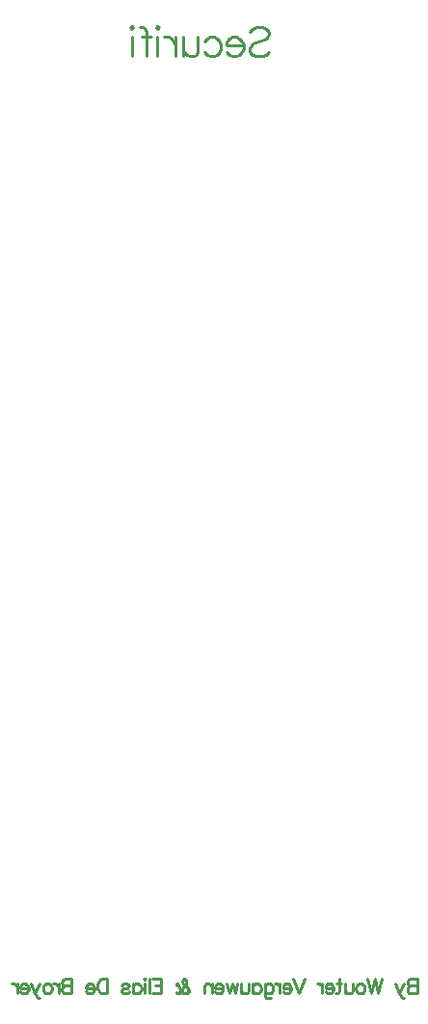
<source format=gbo>
G04*
G04 #@! TF.GenerationSoftware,Altium Limited,Altium Designer,20.0.13 (296)*
G04*
G04 Layer_Color=32896*
%FSLAX25Y25*%
%MOIN*%
G70*
G01*
G75*
%ADD20C,0.01000*%
D20*
X183600Y10165D02*
Y5166D01*
Y10165D02*
X181458D01*
X180744Y9927D01*
X180505Y9689D01*
X180267Y9213D01*
Y8737D01*
X180505Y8261D01*
X180744Y8023D01*
X181458Y7785D01*
X183600D02*
X181458D01*
X180744Y7547D01*
X180505Y7309D01*
X180267Y6833D01*
Y6118D01*
X180505Y5642D01*
X180744Y5404D01*
X181458Y5166D01*
X183600D01*
X178911Y8499D02*
X177482Y5166D01*
X176054Y8499D02*
X177482Y5166D01*
X177958Y4214D01*
X178434Y3738D01*
X178911Y3500D01*
X179149D01*
X171293Y10165D02*
X170103Y5166D01*
X168913Y10165D02*
X170103Y5166D01*
X168913Y10165D02*
X167722Y5166D01*
X166532Y10165D02*
X167722Y5166D01*
X164342Y8499D02*
X164818Y8261D01*
X165294Y7785D01*
X165532Y7071D01*
Y6595D01*
X165294Y5880D01*
X164818Y5404D01*
X164342Y5166D01*
X163628D01*
X163152Y5404D01*
X162676Y5880D01*
X162438Y6595D01*
Y7071D01*
X162676Y7785D01*
X163152Y8261D01*
X163628Y8499D01*
X164342D01*
X161343D02*
Y6118D01*
X161105Y5404D01*
X160629Y5166D01*
X159915D01*
X159439Y5404D01*
X158724Y6118D01*
Y8499D02*
Y5166D01*
X156701Y10165D02*
Y6118D01*
X156463Y5404D01*
X155987Y5166D01*
X155511D01*
X157415Y8499D02*
X155749D01*
X154797Y7071D02*
X151940D01*
Y7547D01*
X152178Y8023D01*
X152416Y8261D01*
X152892Y8499D01*
X153606D01*
X154083Y8261D01*
X154559Y7785D01*
X154797Y7071D01*
Y6595D01*
X154559Y5880D01*
X154083Y5404D01*
X153606Y5166D01*
X152892D01*
X152416Y5404D01*
X151940Y5880D01*
X150869Y8499D02*
Y5166D01*
Y7071D02*
X150631Y7785D01*
X150155Y8261D01*
X149679Y8499D01*
X148965D01*
X144585Y10165D02*
X142680Y5166D01*
X140776Y10165D02*
X142680Y5166D01*
X140133Y7071D02*
X137277D01*
Y7547D01*
X137515Y8023D01*
X137753Y8261D01*
X138229Y8499D01*
X138943D01*
X139419Y8261D01*
X139895Y7785D01*
X140133Y7071D01*
Y6595D01*
X139895Y5880D01*
X139419Y5404D01*
X138943Y5166D01*
X138229D01*
X137753Y5404D01*
X137277Y5880D01*
X136205Y8499D02*
Y5166D01*
Y7071D02*
X135967Y7785D01*
X135491Y8261D01*
X135015Y8499D01*
X134301D01*
X130992D02*
Y4690D01*
X131230Y3976D01*
X131468Y3738D01*
X131944Y3500D01*
X132659D01*
X133135Y3738D01*
X130992Y7785D02*
X131468Y8261D01*
X131944Y8499D01*
X132659D01*
X133135Y8261D01*
X133611Y7785D01*
X133849Y7071D01*
Y6595D01*
X133611Y5880D01*
X133135Y5404D01*
X132659Y5166D01*
X131944D01*
X131468Y5404D01*
X130992Y5880D01*
X126803Y8499D02*
Y5166D01*
Y7785D02*
X127279Y8261D01*
X127755Y8499D01*
X128469D01*
X128945Y8261D01*
X129421Y7785D01*
X129659Y7071D01*
Y6595D01*
X129421Y5880D01*
X128945Y5404D01*
X128469Y5166D01*
X127755D01*
X127279Y5404D01*
X126803Y5880D01*
X125470Y8499D02*
Y6118D01*
X125232Y5404D01*
X124755Y5166D01*
X124041D01*
X123565Y5404D01*
X122851Y6118D01*
Y8499D02*
Y5166D01*
X121542Y8499D02*
X120590Y5166D01*
X119638Y8499D02*
X120590Y5166D01*
X119638Y8499D02*
X118685Y5166D01*
X117733Y8499D02*
X118685Y5166D01*
X116567Y7071D02*
X113710D01*
Y7547D01*
X113948Y8023D01*
X114186Y8261D01*
X114662Y8499D01*
X115376D01*
X115853Y8261D01*
X116329Y7785D01*
X116567Y7071D01*
Y6595D01*
X116329Y5880D01*
X115853Y5404D01*
X115376Y5166D01*
X114662D01*
X114186Y5404D01*
X113710Y5880D01*
X112639Y8499D02*
Y5166D01*
Y7547D02*
X111925Y8261D01*
X111449Y8499D01*
X110735D01*
X110259Y8261D01*
X110020Y7547D01*
Y5166D01*
X100499Y8261D02*
X100737Y8023D01*
X100499Y7785D01*
X100261Y8023D01*
Y8261D01*
X100499Y8499D01*
X100737D01*
X100975Y8261D01*
X101213Y7785D01*
X101689Y6595D01*
X102165Y5880D01*
X102641Y5404D01*
X103117Y5166D01*
X103831D01*
X104545Y5404D01*
X104783Y5880D01*
Y6595D01*
X104545Y7071D01*
X103117Y8023D01*
X102641Y8499D01*
X102403Y8975D01*
Y9451D01*
X102641Y9927D01*
X103117Y10165D01*
X103593Y9927D01*
X103831Y9451D01*
Y8975D01*
X103593Y8261D01*
X103117Y7547D01*
X101927Y5880D01*
X101451Y5404D01*
X100737Y5166D01*
X100499D01*
X100261Y5404D01*
Y5642D01*
X103831Y5166D02*
X104307Y5404D01*
X104545Y5880D01*
Y6595D01*
X104307Y7071D01*
X103831Y7547D01*
Y8975D02*
X103593Y8499D01*
X101689Y5880D01*
X101213Y5404D01*
X100737Y5166D01*
X92001Y10165D02*
X95095D01*
Y5166D01*
X92001D01*
X95095Y7785D02*
X93191D01*
X91167Y10165D02*
Y5166D01*
X89644Y10165D02*
X89406Y9927D01*
X89168Y10165D01*
X89406Y10403D01*
X89644Y10165D01*
X89406Y8499D02*
Y5166D01*
X85431Y8499D02*
Y5166D01*
Y7785D02*
X85907Y8261D01*
X86383Y8499D01*
X87097D01*
X87573Y8261D01*
X88049Y7785D01*
X88287Y7071D01*
Y6595D01*
X88049Y5880D01*
X87573Y5404D01*
X87097Y5166D01*
X86383D01*
X85907Y5404D01*
X85431Y5880D01*
X81479Y7785D02*
X81717Y8261D01*
X82431Y8499D01*
X83145D01*
X83859Y8261D01*
X84097Y7785D01*
X83859Y7309D01*
X83383Y7071D01*
X82193Y6833D01*
X81717Y6595D01*
X81479Y6118D01*
Y5880D01*
X81717Y5404D01*
X82431Y5166D01*
X83145D01*
X83859Y5404D01*
X84097Y5880D01*
X76504Y10165D02*
Y5166D01*
Y10165D02*
X74838D01*
X74124Y9927D01*
X73647Y9451D01*
X73409Y8975D01*
X73171Y8261D01*
Y7071D01*
X73409Y6357D01*
X73647Y5880D01*
X74124Y5404D01*
X74838Y5166D01*
X76504D01*
X72053Y7071D02*
X69196D01*
Y7547D01*
X69434Y8023D01*
X69672Y8261D01*
X70148Y8499D01*
X70862D01*
X71338Y8261D01*
X71814Y7785D01*
X72053Y7071D01*
Y6595D01*
X71814Y5880D01*
X71338Y5404D01*
X70862Y5166D01*
X70148D01*
X69672Y5404D01*
X69196Y5880D01*
X64197Y10165D02*
Y5166D01*
Y10165D02*
X62055D01*
X61340Y9927D01*
X61102Y9689D01*
X60864Y9213D01*
Y8737D01*
X61102Y8261D01*
X61340Y8023D01*
X62055Y7785D01*
X64197D02*
X62055D01*
X61340Y7547D01*
X61102Y7309D01*
X60864Y6833D01*
Y6118D01*
X61102Y5642D01*
X61340Y5404D01*
X62055Y5166D01*
X64197D01*
X59746Y8499D02*
Y5166D01*
Y7071D02*
X59508Y7785D01*
X59031Y8261D01*
X58555Y8499D01*
X57841D01*
X56199D02*
X56675Y8261D01*
X57151Y7785D01*
X57389Y7071D01*
Y6595D01*
X57151Y5880D01*
X56675Y5404D01*
X56199Y5166D01*
X55485D01*
X55009Y5404D01*
X54532Y5880D01*
X54294Y6595D01*
Y7071D01*
X54532Y7785D01*
X55009Y8261D01*
X55485Y8499D01*
X56199D01*
X52961D02*
X51533Y5166D01*
X50105Y8499D02*
X51533Y5166D01*
X52009Y4214D01*
X52485Y3738D01*
X52961Y3500D01*
X53199D01*
X49272Y7071D02*
X46415D01*
Y7547D01*
X46653Y8023D01*
X46891Y8261D01*
X47367Y8499D01*
X48081D01*
X48557Y8261D01*
X49034Y7785D01*
X49272Y7071D01*
Y6595D01*
X49034Y5880D01*
X48557Y5404D01*
X48081Y5166D01*
X47367D01*
X46891Y5404D01*
X46415Y5880D01*
X45344Y8499D02*
Y5166D01*
Y7071D02*
X45106Y7785D01*
X44630Y8261D01*
X44154Y8499D01*
X43439D01*
X125835Y337370D02*
X126787Y338322D01*
X128215Y338798D01*
X130120D01*
X131548Y338322D01*
X132500Y337370D01*
Y336417D01*
X132024Y335465D01*
X131548Y334989D01*
X130596Y334513D01*
X127739Y333561D01*
X126787Y333085D01*
X126311Y332609D01*
X125835Y331657D01*
Y330228D01*
X126787Y329276D01*
X128215Y328800D01*
X130120D01*
X131548Y329276D01*
X132500Y330228D01*
X123597Y332609D02*
X117884D01*
Y333561D01*
X118360Y334513D01*
X118836Y334989D01*
X119788Y335465D01*
X121217D01*
X122169Y334989D01*
X123121Y334037D01*
X123597Y332609D01*
Y331657D01*
X123121Y330228D01*
X122169Y329276D01*
X121217Y328800D01*
X119788D01*
X118836Y329276D01*
X117884Y330228D01*
X110029Y334037D02*
X110981Y334989D01*
X111933Y335465D01*
X113361D01*
X114313Y334989D01*
X115266Y334037D01*
X115742Y332609D01*
Y331657D01*
X115266Y330228D01*
X114313Y329276D01*
X113361Y328800D01*
X111933D01*
X110981Y329276D01*
X110029Y330228D01*
X107886Y335465D02*
Y330704D01*
X107410Y329276D01*
X106458Y328800D01*
X105030D01*
X104077Y329276D01*
X102649Y330704D01*
Y335465D02*
Y328800D01*
X100031Y335465D02*
Y328800D01*
Y332609D02*
X99555Y334037D01*
X98602Y334989D01*
X97650Y335465D01*
X96222D01*
X94365Y338798D02*
X93889Y338322D01*
X93413Y338798D01*
X93889Y339274D01*
X94365Y338798D01*
X93889Y335465D02*
Y328800D01*
X87843Y338798D02*
X88795D01*
X89747Y338322D01*
X90223Y336894D01*
Y328800D01*
X91652Y335465D02*
X88319D01*
X85462Y338798D02*
X84986Y338322D01*
X84510Y338798D01*
X84986Y339274D01*
X85462Y338798D01*
X84986Y335465D02*
Y328800D01*
M02*

</source>
